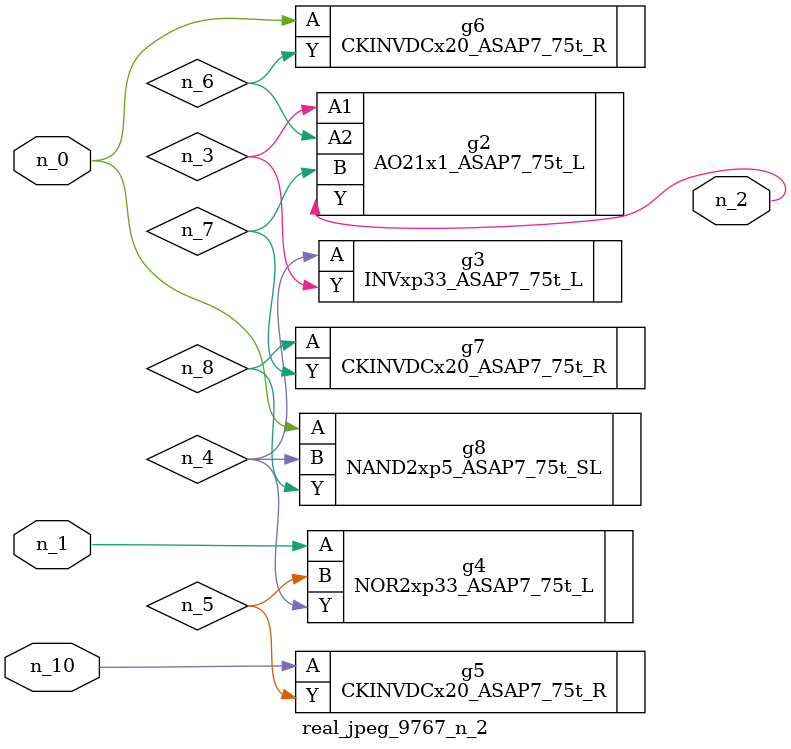
<source format=v>
module real_jpeg_9767_n_2 (n_1, n_10, n_0, n_2);

input n_1;
input n_10;
input n_0;

output n_2;

wire n_5;
wire n_4;
wire n_8;
wire n_6;
wire n_7;
wire n_3;

CKINVDCx20_ASAP7_75t_R g6 ( 
.A(n_0),
.Y(n_6)
);

NAND2xp5_ASAP7_75t_SL g8 ( 
.A(n_0),
.B(n_4),
.Y(n_8)
);

NOR2xp33_ASAP7_75t_L g4 ( 
.A(n_1),
.B(n_5),
.Y(n_4)
);

AO21x1_ASAP7_75t_L g2 ( 
.A1(n_3),
.A2(n_6),
.B(n_7),
.Y(n_2)
);

INVxp33_ASAP7_75t_L g3 ( 
.A(n_4),
.Y(n_3)
);

CKINVDCx20_ASAP7_75t_R g7 ( 
.A(n_8),
.Y(n_7)
);

CKINVDCx20_ASAP7_75t_R g5 ( 
.A(n_10),
.Y(n_5)
);


endmodule
</source>
